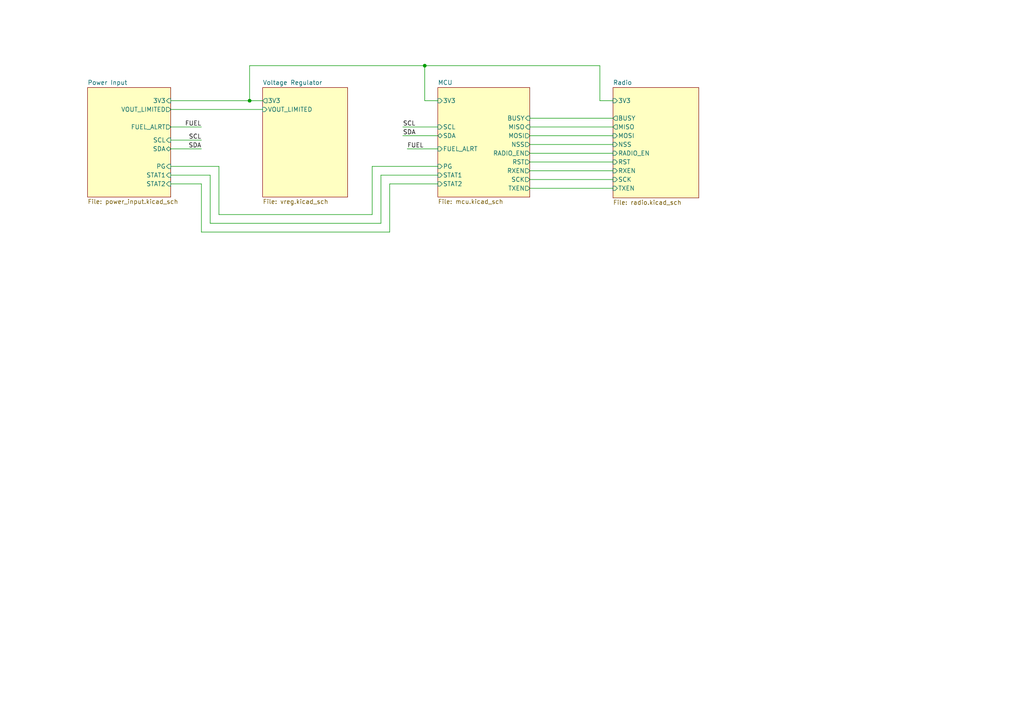
<source format=kicad_sch>
(kicad_sch
	(version 20250114)
	(generator "eeschema")
	(generator_version "9.0")
	(uuid "23714a9e-6212-41ed-9d80-e983f828d45f")
	(paper "A4")
	(lib_symbols)
	(junction
		(at 123.19 19.05)
		(diameter 0)
		(color 0 0 0 0)
		(uuid "621c5ac3-96b1-4923-9c04-72c95363f9ec")
	)
	(junction
		(at 72.39 29.21)
		(diameter 0)
		(color 0 0 0 0)
		(uuid "a7018c61-34e7-487b-bf8d-267a514f1b90")
	)
	(wire
		(pts
			(xy 173.99 19.05) (xy 123.19 19.05)
		)
		(stroke
			(width 0)
			(type default)
		)
		(uuid "04dbd9a5-9179-468c-b48e-f8c449daeaa1")
	)
	(wire
		(pts
			(xy 127 29.21) (xy 123.19 29.21)
		)
		(stroke
			(width 0)
			(type default)
		)
		(uuid "0623ce6d-55c9-4139-8d24-b9db4cd94186")
	)
	(wire
		(pts
			(xy 153.67 44.45) (xy 177.8 44.45)
		)
		(stroke
			(width 0)
			(type default)
		)
		(uuid "171d727c-32c2-4406-950c-e86a0d1f5f18")
	)
	(wire
		(pts
			(xy 113.03 67.31) (xy 113.03 53.34)
		)
		(stroke
			(width 0)
			(type default)
		)
		(uuid "174db299-f736-41a6-84a2-e0228ce83f79")
	)
	(wire
		(pts
			(xy 127 43.18) (xy 118.11 43.18)
		)
		(stroke
			(width 0)
			(type default)
		)
		(uuid "1d13773f-28df-4e27-bf67-55f0be2e3b78")
	)
	(wire
		(pts
			(xy 123.19 29.21) (xy 123.19 19.05)
		)
		(stroke
			(width 0)
			(type default)
		)
		(uuid "21822737-4272-4387-9dc2-43d60a3f5122")
	)
	(wire
		(pts
			(xy 153.67 46.99) (xy 177.8 46.99)
		)
		(stroke
			(width 0)
			(type default)
		)
		(uuid "21bfecac-3a97-4ce3-9e01-19c43037aaca")
	)
	(wire
		(pts
			(xy 110.49 50.8) (xy 110.49 64.77)
		)
		(stroke
			(width 0)
			(type default)
		)
		(uuid "262600cd-5e9f-451b-970f-d174ee523bb7")
	)
	(wire
		(pts
			(xy 110.49 64.77) (xy 60.96 64.77)
		)
		(stroke
			(width 0)
			(type default)
		)
		(uuid "2742cf56-7134-4de9-bd4d-f5d4b73af56e")
	)
	(wire
		(pts
			(xy 177.8 29.21) (xy 173.99 29.21)
		)
		(stroke
			(width 0)
			(type default)
		)
		(uuid "2c3b8ae2-84e9-4758-8fb8-3287a57613f0")
	)
	(wire
		(pts
			(xy 72.39 19.05) (xy 72.39 29.21)
		)
		(stroke
			(width 0)
			(type default)
		)
		(uuid "333567bb-94cb-4b4c-997d-954c2811c52e")
	)
	(wire
		(pts
			(xy 153.67 49.53) (xy 177.8 49.53)
		)
		(stroke
			(width 0)
			(type default)
		)
		(uuid "3c390f87-ddee-4351-b610-5d69818eb5ad")
	)
	(wire
		(pts
			(xy 60.96 64.77) (xy 60.96 50.8)
		)
		(stroke
			(width 0)
			(type default)
		)
		(uuid "5ed1c5a0-c38a-410b-ace8-ed6611f9492a")
	)
	(wire
		(pts
			(xy 63.5 48.26) (xy 63.5 62.23)
		)
		(stroke
			(width 0)
			(type default)
		)
		(uuid "60f377fd-9317-480a-b9c6-26a1424b0810")
	)
	(wire
		(pts
			(xy 49.53 40.64) (xy 58.42 40.64)
		)
		(stroke
			(width 0)
			(type default)
		)
		(uuid "63597680-d6f0-49f2-8b7c-76b974fd0a5a")
	)
	(wire
		(pts
			(xy 49.53 43.18) (xy 58.42 43.18)
		)
		(stroke
			(width 0)
			(type default)
		)
		(uuid "75fe63c8-01c5-4d22-bf7e-e6e07b2c2e43")
	)
	(wire
		(pts
			(xy 58.42 53.34) (xy 58.42 67.31)
		)
		(stroke
			(width 0)
			(type default)
		)
		(uuid "771b382c-77fa-48be-9633-a7f2994bfc58")
	)
	(wire
		(pts
			(xy 116.84 39.37) (xy 127 39.37)
		)
		(stroke
			(width 0)
			(type default)
		)
		(uuid "7b46856b-3544-45b9-b8e1-9ff55e018772")
	)
	(wire
		(pts
			(xy 153.67 52.07) (xy 177.8 52.07)
		)
		(stroke
			(width 0)
			(type default)
		)
		(uuid "7e85c76b-b69f-4fb6-9afa-c08f8aa252d3")
	)
	(wire
		(pts
			(xy 107.95 48.26) (xy 127 48.26)
		)
		(stroke
			(width 0)
			(type default)
		)
		(uuid "7f1bfd85-7901-4007-bb90-e743b36871a0")
	)
	(wire
		(pts
			(xy 63.5 62.23) (xy 107.95 62.23)
		)
		(stroke
			(width 0)
			(type default)
		)
		(uuid "8428db56-1a57-4002-8602-5d56722ab34b")
	)
	(wire
		(pts
			(xy 173.99 29.21) (xy 173.99 19.05)
		)
		(stroke
			(width 0)
			(type default)
		)
		(uuid "8f2a8685-0bc3-46c0-a0bf-1b069ef1c8b1")
	)
	(wire
		(pts
			(xy 49.53 48.26) (xy 63.5 48.26)
		)
		(stroke
			(width 0)
			(type default)
		)
		(uuid "8f6030aa-defd-411c-adcc-02a04be5722f")
	)
	(wire
		(pts
			(xy 153.67 54.61) (xy 177.8 54.61)
		)
		(stroke
			(width 0)
			(type default)
		)
		(uuid "900ca395-05f6-473f-82c5-2e8853cccf9e")
	)
	(wire
		(pts
			(xy 49.53 53.34) (xy 58.42 53.34)
		)
		(stroke
			(width 0)
			(type default)
		)
		(uuid "931f6121-3277-4ec5-8822-bf81a7990ee0")
	)
	(wire
		(pts
			(xy 113.03 53.34) (xy 127 53.34)
		)
		(stroke
			(width 0)
			(type default)
		)
		(uuid "938dea5c-7d48-4e83-a82d-866bebf17f02")
	)
	(wire
		(pts
			(xy 153.67 34.29) (xy 177.8 34.29)
		)
		(stroke
			(width 0)
			(type default)
		)
		(uuid "9ba6f468-69db-4a81-b4d1-d32b9ffeaa19")
	)
	(wire
		(pts
			(xy 153.67 41.91) (xy 177.8 41.91)
		)
		(stroke
			(width 0)
			(type default)
		)
		(uuid "9bbc2093-8d18-4346-b905-fc95df923fb8")
	)
	(wire
		(pts
			(xy 72.39 29.21) (xy 76.2 29.21)
		)
		(stroke
			(width 0)
			(type default)
		)
		(uuid "a6b54efe-a1da-4bc1-b277-170a80b3402c")
	)
	(wire
		(pts
			(xy 153.67 36.83) (xy 177.8 36.83)
		)
		(stroke
			(width 0)
			(type default)
		)
		(uuid "b7485eb3-1021-4886-8c59-39ba05886552")
	)
	(wire
		(pts
			(xy 116.84 36.83) (xy 127 36.83)
		)
		(stroke
			(width 0)
			(type default)
		)
		(uuid "bf60737e-2404-4996-be89-1975ad4cb264")
	)
	(wire
		(pts
			(xy 127 50.8) (xy 110.49 50.8)
		)
		(stroke
			(width 0)
			(type default)
		)
		(uuid "c56d079d-667f-495e-97d6-43ed7616eb8f")
	)
	(wire
		(pts
			(xy 49.53 36.83) (xy 58.42 36.83)
		)
		(stroke
			(width 0)
			(type default)
		)
		(uuid "c5ab0225-ce73-462e-8dbd-478cd02981a7")
	)
	(wire
		(pts
			(xy 123.19 19.05) (xy 72.39 19.05)
		)
		(stroke
			(width 0)
			(type default)
		)
		(uuid "c630a8c8-e848-4460-8a91-b5c41ef2e654")
	)
	(wire
		(pts
			(xy 107.95 62.23) (xy 107.95 48.26)
		)
		(stroke
			(width 0)
			(type default)
		)
		(uuid "c783b697-511c-4367-bde5-f9efab06b7ae")
	)
	(wire
		(pts
			(xy 49.53 31.75) (xy 76.2 31.75)
		)
		(stroke
			(width 0)
			(type default)
		)
		(uuid "d3a4a6a4-1e0c-4ec1-bcff-21ff74f1280c")
	)
	(wire
		(pts
			(xy 49.53 29.21) (xy 72.39 29.21)
		)
		(stroke
			(width 0)
			(type default)
		)
		(uuid "e4917f94-fee3-4554-9e6a-dbda540021a4")
	)
	(wire
		(pts
			(xy 58.42 67.31) (xy 113.03 67.31)
		)
		(stroke
			(width 0)
			(type default)
		)
		(uuid "ebad0a53-2c87-4be3-a3c1-71cd27d321f3")
	)
	(wire
		(pts
			(xy 153.67 39.37) (xy 177.8 39.37)
		)
		(stroke
			(width 0)
			(type default)
		)
		(uuid "f80239e4-8c53-4fb5-843e-39e66c52e824")
	)
	(wire
		(pts
			(xy 60.96 50.8) (xy 49.53 50.8)
		)
		(stroke
			(width 0)
			(type default)
		)
		(uuid "ffae2731-e0c3-4ea8-94de-31ad2db2b356")
	)
	(label "SCL"
		(at 58.42 40.64 180)
		(effects
			(font
				(size 1.27 1.27)
			)
			(justify right bottom)
		)
		(uuid "0b8d9a3a-959a-467b-9d0c-5883af8101bd")
	)
	(label "FUEL"
		(at 58.42 36.83 180)
		(effects
			(font
				(size 1.27 1.27)
			)
			(justify right bottom)
		)
		(uuid "312d433f-ce48-4e7d-abc0-eb06d9980d7d")
	)
	(label "SCL"
		(at 116.84 36.83 0)
		(effects
			(font
				(size 1.27 1.27)
			)
			(justify left bottom)
		)
		(uuid "802be984-0fcb-497b-863c-8822a0d671d0")
	)
	(label "SDA"
		(at 58.42 43.18 180)
		(effects
			(font
				(size 1.27 1.27)
			)
			(justify right bottom)
		)
		(uuid "bd3bcc6e-ca2a-461b-a06d-f2f1b2e7fa50")
	)
	(label "FUEL"
		(at 118.11 43.18 0)
		(effects
			(font
				(size 1.27 1.27)
			)
			(justify left bottom)
		)
		(uuid "f684f604-c28d-4836-9d41-24cc9b77c6ac")
	)
	(label "SDA"
		(at 116.84 39.37 0)
		(effects
			(font
				(size 1.27 1.27)
			)
			(justify left bottom)
		)
		(uuid "fd79fc36-c40b-40f9-a618-face1c70e8ab")
	)
	(sheet
		(at 127 25.4)
		(size 26.67 31.75)
		(exclude_from_sim no)
		(in_bom yes)
		(on_board yes)
		(dnp no)
		(fields_autoplaced yes)
		(stroke
			(width 0)
			(type solid)
		)
		(fill
			(color 255 255 194 1.0000)
		)
		(uuid "02db5e49-999f-43d3-aed1-3a2dd3ad0a6f")
		(property "Sheetname" "MCU"
			(at 127 24.6884 0)
			(effects
				(font
					(size 1.27 1.27)
				)
				(justify left bottom)
			)
		)
		(property "Sheetfile" "mcu.kicad_sch"
			(at 127 57.7346 0)
			(effects
				(font
					(size 1.27 1.27)
				)
				(justify left top)
			)
		)
		(pin "3V3" input
			(at 127 29.21 180)
			(uuid "9b6396eb-a677-4305-b4fa-23b196171615")
			(effects
				(font
					(size 1.27 1.27)
				)
				(justify left)
			)
		)
		(pin "PG" input
			(at 127 48.26 180)
			(uuid "882a044e-1c57-40b6-b46a-4c37ac84604f")
			(effects
				(font
					(size 1.27 1.27)
				)
				(justify left)
			)
		)
		(pin "SCL" input
			(at 127 36.83 180)
			(uuid "20c11fbf-80e3-4342-a96e-8626cd93d9f0")
			(effects
				(font
					(size 1.27 1.27)
				)
				(justify left)
			)
		)
		(pin "SDA" bidirectional
			(at 127 39.37 180)
			(uuid "d55d6677-3953-4ad8-a30a-4f86f8d35f2f")
			(effects
				(font
					(size 1.27 1.27)
				)
				(justify left)
			)
		)
		(pin "STAT1" input
			(at 127 50.8 180)
			(uuid "b3c2e175-b40e-4725-ad2a-19345a7172c6")
			(effects
				(font
					(size 1.27 1.27)
				)
				(justify left)
			)
		)
		(pin "STAT2" input
			(at 127 53.34 180)
			(uuid "ea88b224-b84b-4e09-be41-01ea77d5b5b8")
			(effects
				(font
					(size 1.27 1.27)
				)
				(justify left)
			)
		)
		(pin "BUSY" input
			(at 153.67 34.29 0)
			(uuid "0d3ffc87-4cff-4d17-947d-56ba5174d75e")
			(effects
				(font
					(size 1.27 1.27)
				)
				(justify right)
			)
		)
		(pin "MISO" input
			(at 153.67 36.83 0)
			(uuid "c2c7a1e0-1985-4333-ac30-9d41665d4959")
			(effects
				(font
					(size 1.27 1.27)
				)
				(justify right)
			)
		)
		(pin "MOSI" output
			(at 153.67 39.37 0)
			(uuid "5231460a-4df3-4e71-bbb7-53536087109c")
			(effects
				(font
					(size 1.27 1.27)
				)
				(justify right)
			)
		)
		(pin "NSS" output
			(at 153.67 41.91 0)
			(uuid "ce941e25-7db4-4b53-a6db-febe06d73300")
			(effects
				(font
					(size 1.27 1.27)
				)
				(justify right)
			)
		)
		(pin "RST" output
			(at 153.67 46.99 0)
			(uuid "af058b49-93d2-4373-bfba-593a8b4f9beb")
			(effects
				(font
					(size 1.27 1.27)
				)
				(justify right)
			)
		)
		(pin "RXEN" output
			(at 153.67 49.53 0)
			(uuid "60460662-1ed7-4176-9579-c7003a56f063")
			(effects
				(font
					(size 1.27 1.27)
				)
				(justify right)
			)
		)
		(pin "SCK" output
			(at 153.67 52.07 0)
			(uuid "2e749326-4b4f-4114-a86b-6fce41efd65d")
			(effects
				(font
					(size 1.27 1.27)
				)
				(justify right)
			)
		)
		(pin "TXEN" output
			(at 153.67 54.61 0)
			(uuid "078856a3-f40d-4a09-8f75-368b2d6276c3")
			(effects
				(font
					(size 1.27 1.27)
				)
				(justify right)
			)
		)
		(pin "RADIO_EN" output
			(at 153.67 44.45 0)
			(uuid "41e51a5a-a49d-4f5b-a8c3-b5257b03b389")
			(effects
				(font
					(size 1.27 1.27)
				)
				(justify right)
			)
		)
		(pin "FUEL_ALRT" input
			(at 127 43.18 180)
			(uuid "7cfde6b1-9914-4317-8f8e-106d1572a4bb")
			(effects
				(font
					(size 1.27 1.27)
				)
				(justify left)
			)
		)
		(instances
			(project "AutoNode"
				(path "/23714a9e-6212-41ed-9d80-e983f828d45f"
					(page "3")
				)
			)
		)
	)
	(sheet
		(at 177.8 25.4)
		(size 24.892 32.004)
		(exclude_from_sim no)
		(in_bom yes)
		(on_board yes)
		(dnp no)
		(fields_autoplaced yes)
		(stroke
			(width 0)
			(type solid)
		)
		(fill
			(color 255 255 194 1.0000)
		)
		(uuid "31a08346-8aff-492d-a666-d252f0663a7c")
		(property "Sheetname" "Radio"
			(at 177.8 24.6884 0)
			(effects
				(font
					(size 1.27 1.27)
				)
				(justify left bottom)
			)
		)
		(property "Sheetfile" "radio.kicad_sch"
			(at 177.8 57.9886 0)
			(effects
				(font
					(size 1.27 1.27)
				)
				(justify left top)
			)
		)
		(pin "3V3" input
			(at 177.8 29.21 180)
			(uuid "c69f5c31-4fcb-4769-bc33-19e766e3ed5f")
			(effects
				(font
					(size 1.27 1.27)
				)
				(justify left)
			)
		)
		(pin "BUSY" output
			(at 177.8 34.29 180)
			(uuid "548a4a66-2749-4d59-b85a-a9a388ec55dd")
			(effects
				(font
					(size 1.27 1.27)
				)
				(justify left)
			)
		)
		(pin "MISO" output
			(at 177.8 36.83 180)
			(uuid "e16057f0-172d-4c9f-8a8e-1c5d548b2575")
			(effects
				(font
					(size 1.27 1.27)
				)
				(justify left)
			)
		)
		(pin "MOSI" input
			(at 177.8 39.37 180)
			(uuid "663f5a49-f1ff-404e-802f-6da4cd88f681")
			(effects
				(font
					(size 1.27 1.27)
				)
				(justify left)
			)
		)
		(pin "NSS" input
			(at 177.8 41.91 180)
			(uuid "5cdd0357-2682-4ea5-bf85-99f989c2507f")
			(effects
				(font
					(size 1.27 1.27)
				)
				(justify left)
			)
		)
		(pin "RADIO_EN" input
			(at 177.8 44.45 180)
			(uuid "42237010-b1ea-4a77-8cf7-bbe4944c92b6")
			(effects
				(font
					(size 1.27 1.27)
				)
				(justify left)
			)
		)
		(pin "RST" input
			(at 177.8 46.99 180)
			(uuid "0127c378-6512-439e-9173-37c86bb2c829")
			(effects
				(font
					(size 1.27 1.27)
				)
				(justify left)
			)
		)
		(pin "RXEN" input
			(at 177.8 49.53 180)
			(uuid "6971a1fd-fbd5-432b-a4e2-c4dad00f9d17")
			(effects
				(font
					(size 1.27 1.27)
				)
				(justify left)
			)
		)
		(pin "SCK" input
			(at 177.8 52.07 180)
			(uuid "762e1aa0-53c6-4026-b230-4bcf5c3236ac")
			(effects
				(font
					(size 1.27 1.27)
				)
				(justify left)
			)
		)
		(pin "TXEN" input
			(at 177.8 54.61 180)
			(uuid "cb7977c8-e6d4-4673-95b4-12f18709ba17")
			(effects
				(font
					(size 1.27 1.27)
				)
				(justify left)
			)
		)
		(instances
			(project "AutoNode"
				(path "/23714a9e-6212-41ed-9d80-e983f828d45f"
					(page "4")
				)
			)
		)
	)
	(sheet
		(at 76.2 25.4)
		(size 24.638 31.75)
		(exclude_from_sim no)
		(in_bom yes)
		(on_board yes)
		(dnp no)
		(fields_autoplaced yes)
		(stroke
			(width 0)
			(type solid)
		)
		(fill
			(color 255 255 194 1.0000)
		)
		(uuid "a02f1723-ba56-4604-a65b-8dc913c22eb2")
		(property "Sheetname" "Voltage Regulator"
			(at 76.2 24.6884 0)
			(effects
				(font
					(size 1.27 1.27)
				)
				(justify left bottom)
			)
		)
		(property "Sheetfile" "vreg.kicad_sch"
			(at 76.2 57.7346 0)
			(effects
				(font
					(size 1.27 1.27)
				)
				(justify left top)
			)
		)
		(pin "3V3" output
			(at 76.2 29.21 180)
			(uuid "b6da393a-a6d5-46c4-b77a-7b090d12e3d0")
			(effects
				(font
					(size 1.27 1.27)
				)
				(justify left)
			)
		)
		(pin "VOUT_LIMITED" input
			(at 76.2 31.75 180)
			(uuid "7537460e-d47f-4623-9c21-43592b49a994")
			(effects
				(font
					(size 1.27 1.27)
				)
				(justify left)
			)
		)
		(instances
			(project "AutoNode"
				(path "/23714a9e-6212-41ed-9d80-e983f828d45f"
					(page "2")
				)
			)
		)
	)
	(sheet
		(at 25.4 25.4)
		(size 24.13 31.75)
		(exclude_from_sim no)
		(in_bom yes)
		(on_board yes)
		(dnp no)
		(fields_autoplaced yes)
		(stroke
			(width 0)
			(type solid)
		)
		(fill
			(color 255 255 194 1.0000)
		)
		(uuid "c07e6f99-07ba-4bd3-93f2-b00a1f4a3202")
		(property "Sheetname" "Power Input"
			(at 25.4 24.6884 0)
			(effects
				(font
					(size 1.27 1.27)
				)
				(justify left bottom)
			)
		)
		(property "Sheetfile" "power_input.kicad_sch"
			(at 25.4 57.7346 0)
			(effects
				(font
					(size 1.27 1.27)
				)
				(justify left top)
			)
		)
		(pin "PG" input
			(at 49.53 48.26 0)
			(uuid "fff14832-6604-44be-be18-c687e1e99f4e")
			(effects
				(font
					(size 1.27 1.27)
				)
				(justify right)
			)
		)
		(pin "3V3" input
			(at 49.53 29.21 0)
			(uuid "8498e375-331f-4ba0-9d91-087a0eb28655")
			(effects
				(font
					(size 1.27 1.27)
				)
				(justify right)
			)
		)
		(pin "STAT2" input
			(at 49.53 53.34 0)
			(uuid "8de8fa00-fa41-41c1-9dc8-8c54bc5ec083")
			(effects
				(font
					(size 1.27 1.27)
				)
				(justify right)
			)
		)
		(pin "STAT1" input
			(at 49.53 50.8 0)
			(uuid "83a33674-a724-4242-9d90-5d627056b5bf")
			(effects
				(font
					(size 1.27 1.27)
				)
				(justify right)
			)
		)
		(pin "VOUT_LIMITED" output
			(at 49.53 31.75 0)
			(uuid "30bc4bae-cc9f-41bc-97e3-cff6c6a3db4b")
			(effects
				(font
					(size 1.27 1.27)
				)
				(justify right)
			)
		)
		(pin "FUEL_ALRT" output
			(at 49.53 36.83 0)
			(uuid "e33b5738-499e-4a39-a9ab-7534cc08615d")
			(effects
				(font
					(size 1.27 1.27)
				)
				(justify right)
			)
		)
		(pin "SCL" input
			(at 49.53 40.64 0)
			(uuid "9dae24ff-5044-422f-ae79-4a1989f15ebb")
			(effects
				(font
					(size 1.27 1.27)
				)
				(justify right)
			)
		)
		(pin "SDA" bidirectional
			(at 49.53 43.18 0)
			(uuid "89690a90-e1a9-41a9-ba33-47b756747339")
			(effects
				(font
					(size 1.27 1.27)
				)
				(justify right)
			)
		)
		(instances
			(project "AutoNode"
				(path "/23714a9e-6212-41ed-9d80-e983f828d45f"
					(page "1")
				)
			)
		)
	)
	(sheet_instances
		(path "/"
			(page "1")
		)
	)
	(embedded_fonts no)
)

</source>
